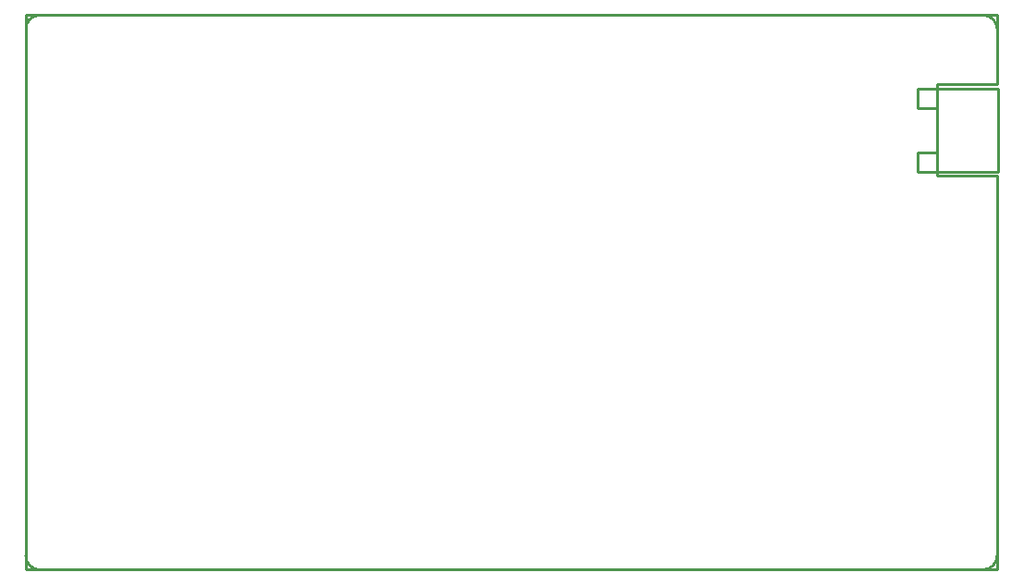
<source format=gko>
G04 Layer: BoardOutlineLayer*
G04 EasyEDA v6.5.42, 2024-03-17 19:56:20*
G04 22851bfb20aa482085f49a562fa88950,7084cd4cda9a42c7a5f6ba31724bf8e5,10*
G04 Gerber Generator version 0.2*
G04 Scale: 100 percent, Rotated: No, Reflected: No *
G04 Dimensions in inches *
G04 leading zeros omitted , absolute positions ,3 integer and 6 decimal *
%FSLAX36Y36*%
%MOIN*%

%ADD10C,0.0100*%
D10*
X3800000Y2920000D02*
G01*
X3585000Y2920000D01*
X3585000Y3250000D01*
X3800000Y3250000D01*
X3800000Y3500000D01*
X3800000Y3500000D02*
G01*
X300000Y3500000D01*
X300000Y3500000D02*
G01*
X300000Y1500000D01*
X3800000Y1500000D01*
X3800000Y2920000D01*
G75*
G01*
X3800000Y3452960D02*
G03*
X3750238Y3500087I-50000J-2960D01*
G75*
G01*
X3749180Y1500000D02*
G03*
X3800004Y1549474I820J50000D01*
G75*
G01*
X349478Y3500000D02*
G03*
X300311Y3444411I523J-50000D01*
G75*
G01*
X300000Y1549408D02*
G03*
X346648Y1500109I50000J592D01*
X3514998Y3004996D02*
G01*
X3584998Y3004996D01*
X3584998Y3164996D01*
X3514998Y3164996D01*
X3514998Y3004996D02*
G01*
X3514939Y2935014D01*
X3804939Y2935014D01*
X3804939Y3235014D01*
X3514939Y3235014D01*
X3514998Y3164996D01*
X3805000Y2935000D02*
G01*
X3515000Y2935000D01*
X3515000Y2935000D02*
G01*
X3515000Y3005000D01*
X3515000Y3005000D02*
G01*
X3585000Y3005000D01*
X3585000Y3005000D02*
G01*
X3585000Y3165000D01*
X3585000Y3165000D02*
G01*
X3515000Y3165000D01*
X3515000Y3165000D02*
G01*
X3515000Y3235000D01*
X3515000Y3235000D02*
G01*
X3805000Y3235000D01*
X3805000Y3235000D02*
G01*
X3805000Y2935000D01*
X3805000Y2935000D02*
G01*
X3805000Y2935000D01*

%LPD*%
M02*

</source>
